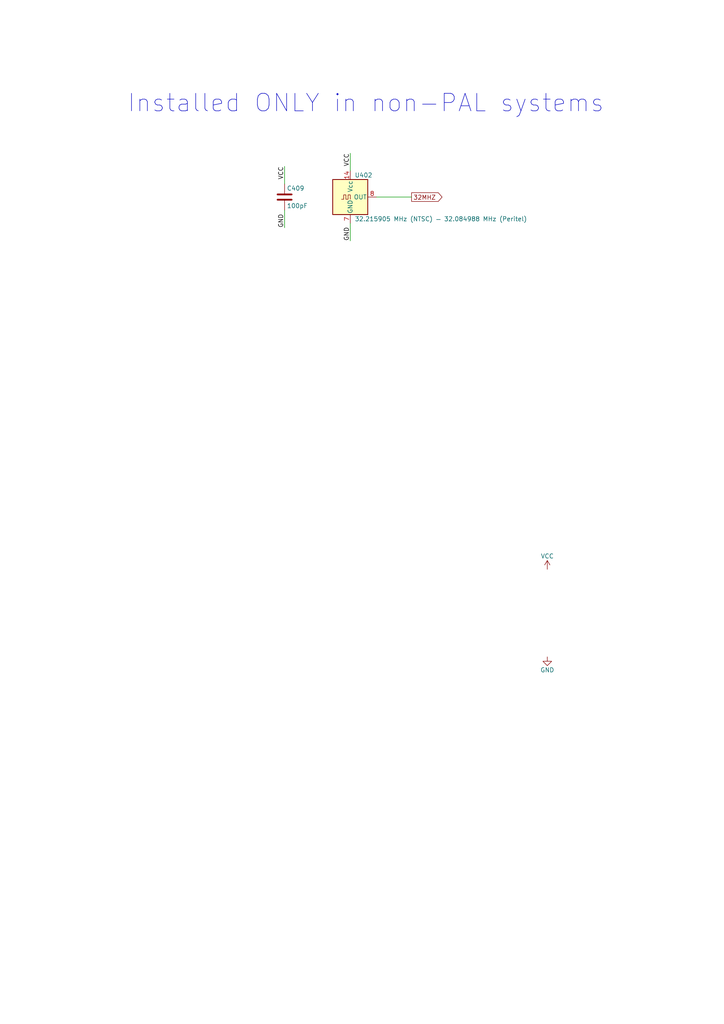
<source format=kicad_sch>
(kicad_sch (version 20211123) (generator eeschema)
  (paper "A4" portrait)
  (title_block (title "ReSTe mignon") (date "2022-07-13") (rev "mk0-0.1") (company "David SPORN") (comment 2 "original repository : https://github.com/sporniket/reste-mignon") (comment 4 "A remake of the Atari STe with some fixes applied and a target size of 25×18cm (B5)"))
  (lib_symbols
    (symbol "Device:C" (pin_numbers hide) (pin_names (offset 0.254))
      (property "Reference" "C" (at 0.635 2.54 0))
      (property "Value" "C" (at 0.635 -2.54 0))
      (symbol "C_0_1"
        (polyline (pts (xy -2.032 -0.762) (xy 2.032 -0.762)) (stroke (width 0.508)))
        (polyline (pts (xy -2.032 0.762) (xy 2.032 0.762)) (stroke (width 0.508)))
      )
      (symbol "C_1_1"
        (pin passive line (at 0 3.81 270) (length 2.794) (name "~") (number "1"))
        (pin passive line (at 0 -3.81 90) (length 2.794) (name "~") (number "2"))
      )
    )
    (symbol "Oscillator:ACO-xxxMHz" (pin_names (offset 0.254))
      (property "Reference" "X" (at -5.08 6.35 0))
      (property "Value" "ACO-xxxMHz" (at 1.27 -6.35 0))
      (symbol "ACO-xxxMHz_0_1"
        (rectangle (start -5.08 5.08) (end 5.08 -5.08) (stroke (width 0.254)) (fill (type background)))
        (polyline (pts (xy -2.54 -0.635) (xy -1.905 -0.635) (xy -1.905 0.635) (xy -1.27 0.635) (xy -1.27 -0.635) (xy -0.635 -0.635) (xy -0.635 0.635) (xy 0 0.635) (xy 0 -0.635)))
      )
      (symbol "ACO-xxxMHz_1_1"
        (pin no_connect line (at -7.62 0 0) (length 2.54) hide (name "NC") (number "1"))
        (pin power_in line (at 0 7.62 270) (length 2.54) (name "Vcc") (number "14"))
        (pin power_in line (at 0 -7.62 90) (length 2.54) (name "GND") (number "7"))
        (pin output line (at 7.62 0 180) (length 2.54) (name "OUT") (number "8"))
      )
    )
    (symbol "power:GND" (power) (pin_names (offset 0))
      (property "Value" "GND" (at 0 -3.81 0))
      (symbol "GND_0_1"
        (polyline (pts (xy 0 0) (xy 0 -1.27) (xy 1.27 -1.27) (xy 0 -2.54) (xy -1.27 -1.27) (xy 0 -1.27)))
      )
      (symbol "GND_1_1"
        (pin power_in line (at 0 0 270) (length 0) hide (name "GND") (number "1"))
      )
    )
    (symbol "power:VCC" (power) (pin_names (offset 0))
      (property "Value" "VCC" (at 0 3.81 0))
      (symbol "VCC_0_1"
        (polyline (pts (xy -0.762 1.27) (xy 0 2.54)))
        (polyline (pts (xy 0 0) (xy 0 2.54)))
        (polyline (pts (xy 0 2.54) (xy 0.762 1.27)))
      )
      (symbol "VCC_1_1"
        (pin power_in line (at 0 0 90) (length 0) hide (name "VCC") (number "1"))
      )
    )
  )
  (wire (pts (xy 109.22 57.15) (xy 119.38 57.15)))
  (wire (pts (xy 101.6 64.77) (xy 101.6 69.85)))
  (wire (pts (xy 82.55 60.96) (xy 82.55 66.04)))
  (wire (pts (xy 101.6 44.45) (xy 101.6 49.53)))
  (wire (pts (xy 82.55 48.26) (xy 82.55 53.34)))
  (text "Installed ONLY in non-PAL systems" (at 36.83 33.02 0) (effects (font (size 5.08 5.08)) (justify left bottom)))
  (label "GND" (at 101.6 69.85 90))
  (label "VCC" (at 82.55 48.26 270))
  (label "GND" (at 82.55 66.04 90))
  (label "VCC" (at 101.6 44.45 270))
  (global_label "32MHZ" (shape output) (at 119.38 57.15 0) (property "Intersheet References" "${INTERSHEET_REFS}" (effects hide)))
  (symbol (lib_id "Oscillator:ACO-xxxMHz") (at 101.6 57.15 0) (unit 1)
    (property "Reference" "U402" (at 102.87 50.8 0) (effects (justify left)))
    (property "Value" "32.215905 MHz (NTSC) — 32.084988 MHz (Peritel)" (at 102.87 63.5 0) (effects (justify left)))
    (property "Footprint" "Oscillator:Oscillator_DIP-14" (effects hide))
    (property "Datasheet" "http://www.conwin.com/datasheets/cx/cx030.pdf" (effects hide))
  )
  (symbol (lib_id "Device:C") (at 82.55 57.15 0) (unit 1)
    (property "Reference" "C409" (at 83.185 54.61 0) (effects (justify left)))
    (property "Value" "100pF" (at 83.185 59.69 0) (effects (justify left)))
    (property "Footprint" "Capacitor_SMD:C_1206_3216Metric_Pad1.33x1.80mm_HandSolder" (effects hide))
  )
  (symbol (lib_id "power:GND") (at 158.75 190.5 0) (unit 1)
    (property "Reference" "#PWR?" (effects hide))
    (property "Value" "GND" (at 158.75 194.31 0))
  )
  (symbol (lib_id "power:VCC") (at 158.75 165.1 0) (unit 1)
    (property "Reference" "#PWR?" (effects hide))
    (property "Value" "VCC" (at 158.75 161.29 0))
  )
)
</source>
